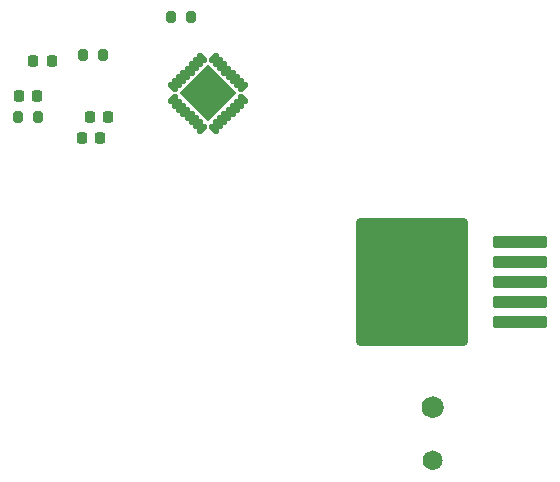
<source format=gbr>
%TF.GenerationSoftware,KiCad,Pcbnew,8.0.1*%
%TF.CreationDate,2025-01-14T19:30:57+01:00*%
%TF.ProjectId,plant caretaker,706c616e-7420-4636-9172-6574616b6572,rev?*%
%TF.SameCoordinates,Original*%
%TF.FileFunction,Soldermask,Bot*%
%TF.FilePolarity,Negative*%
%FSLAX46Y46*%
G04 Gerber Fmt 4.6, Leading zero omitted, Abs format (unit mm)*
G04 Created by KiCad (PCBNEW 8.0.1) date 2025-01-14 19:30:57*
%MOMM*%
%LPD*%
G01*
G04 APERTURE LIST*
G04 Aperture macros list*
%AMRoundRect*
0 Rectangle with rounded corners*
0 $1 Rounding radius*
0 $2 $3 $4 $5 $6 $7 $8 $9 X,Y pos of 4 corners*
0 Add a 4 corners polygon primitive as box body*
4,1,4,$2,$3,$4,$5,$6,$7,$8,$9,$2,$3,0*
0 Add four circle primitives for the rounded corners*
1,1,$1+$1,$2,$3*
1,1,$1+$1,$4,$5*
1,1,$1+$1,$6,$7*
1,1,$1+$1,$8,$9*
0 Add four rect primitives between the rounded corners*
20,1,$1+$1,$2,$3,$4,$5,0*
20,1,$1+$1,$4,$5,$6,$7,0*
20,1,$1+$1,$6,$7,$8,$9,0*
20,1,$1+$1,$8,$9,$2,$3,0*%
G04 Aperture macros list end*
%ADD10C,0.120000*%
%ADD11C,1.800000*%
%ADD12C,1.600000*%
%ADD13RoundRect,0.200000X0.200000X0.275000X-0.200000X0.275000X-0.200000X-0.275000X0.200000X-0.275000X0*%
%ADD14RoundRect,0.200000X-0.200000X-0.275000X0.200000X-0.275000X0.200000X0.275000X-0.200000X0.275000X0*%
%ADD15RoundRect,0.102000X-0.395131X0.179605X0.179605X-0.395131X0.395131X-0.179605X-0.179605X0.395131X0*%
%ADD16RoundRect,0.102000X-0.395131X-0.179605X-0.179605X-0.395131X0.395131X0.179605X0.179605X0.395131X0*%
%ADD17RoundRect,0.102000X-2.298946X0.000000X0.000000X-2.298946X2.298946X0.000000X0.000000X2.298946X0*%
%ADD18RoundRect,0.225000X-0.225000X-0.250000X0.225000X-0.250000X0.225000X0.250000X-0.225000X0.250000X0*%
%ADD19RoundRect,0.225000X0.225000X0.250000X-0.225000X0.250000X-0.225000X-0.250000X0.225000X-0.250000X0*%
%ADD20RoundRect,0.250000X2.050000X0.300000X-2.050000X0.300000X-2.050000X-0.300000X2.050000X-0.300000X0*%
%ADD21RoundRect,0.250002X4.449998X5.149998X-4.449998X5.149998X-4.449998X-5.149998X4.449998X-5.149998X0*%
G04 APERTURE END LIST*
D10*
%TO.C,J5*%
X153925000Y-113950000D02*
G75*
G02*
X152125000Y-113950000I-900000J0D01*
G01*
X152125000Y-113950000D02*
G75*
G02*
X153925000Y-113950000I900000J0D01*
G01*
X153825000Y-118450000D02*
G75*
G02*
X152225000Y-118450000I-800000J0D01*
G01*
X152225000Y-118450000D02*
G75*
G02*
X153825000Y-118450000I800000J0D01*
G01*
%TD*%
D11*
%TO.C,J5*%
X153025000Y-113950000D03*
D12*
X153025000Y-118450000D03*
%TD*%
D13*
%TO.C,R9*%
X125075000Y-84125000D03*
X123425000Y-84125000D03*
%TD*%
D14*
%TO.C,R6*%
X117925000Y-89375000D03*
X119575000Y-89375000D03*
%TD*%
D15*
%TO.C,U1*%
X131021449Y-86872106D03*
X131380659Y-86512895D03*
X131721909Y-86171646D03*
X132081119Y-85812435D03*
X132440329Y-85453225D03*
X132799540Y-85094015D03*
X133140789Y-84752765D03*
X133500000Y-84393555D03*
D16*
X134505788Y-84393555D03*
X134864999Y-84752765D03*
X135206248Y-85094015D03*
X135565459Y-85453225D03*
X135924669Y-85812435D03*
X136283879Y-86171646D03*
X136625129Y-86512895D03*
X136984339Y-86872106D03*
D15*
X136984339Y-87877894D03*
X136625129Y-88237105D03*
X136283879Y-88578354D03*
X135924669Y-88937565D03*
X135565459Y-89296775D03*
X135206248Y-89655985D03*
X134864999Y-89997235D03*
X134505788Y-90356445D03*
D16*
X133500000Y-90356445D03*
X133140789Y-89997235D03*
X132799540Y-89655985D03*
X132440329Y-89296775D03*
X132081119Y-88937565D03*
X131721909Y-88578354D03*
X131380659Y-88237105D03*
X131021449Y-87877894D03*
D17*
X134002894Y-87375000D03*
%TD*%
D18*
%TO.C,C23*%
X123325000Y-91125000D03*
X124875000Y-91125000D03*
%TD*%
D19*
%TO.C,C4*%
X120775000Y-84625000D03*
X119225000Y-84625000D03*
%TD*%
D13*
%TO.C,R12*%
X132527894Y-80925000D03*
X130877894Y-80925000D03*
%TD*%
D18*
%TO.C,C10*%
X117975000Y-87625000D03*
X119525000Y-87625000D03*
%TD*%
D20*
%TO.C,U4*%
X160400000Y-99975000D03*
X160400000Y-101675000D03*
X160400000Y-103375000D03*
D21*
X151250000Y-103375000D03*
D20*
X160400000Y-105075000D03*
X160400000Y-106775000D03*
%TD*%
D18*
%TO.C,C24*%
X123975000Y-89375000D03*
X125525000Y-89375000D03*
%TD*%
M02*

</source>
